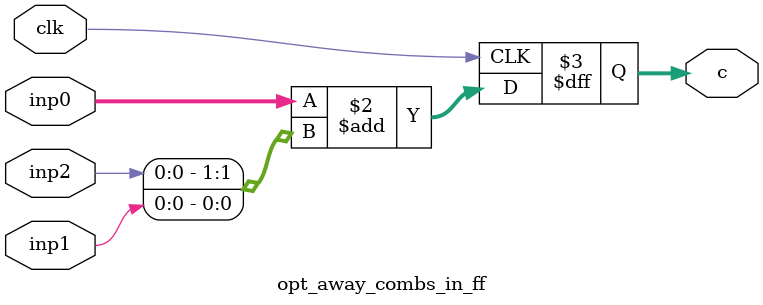
<source format=sv>
module opt_away_combs_in_ff(input logic clk,
                            input logic[1:0] inp0,
                            input logic inp1,
                            input logic inp2,
                            output logic[1:0] c);

logic[1:0] a;
logic[1:0] b;

always_ff @ (posedge clk) begin
 a = inp0;
 b[0] = inp1;
 b[1] = inp2;
 c <= a + b;
end

endmodule

</source>
